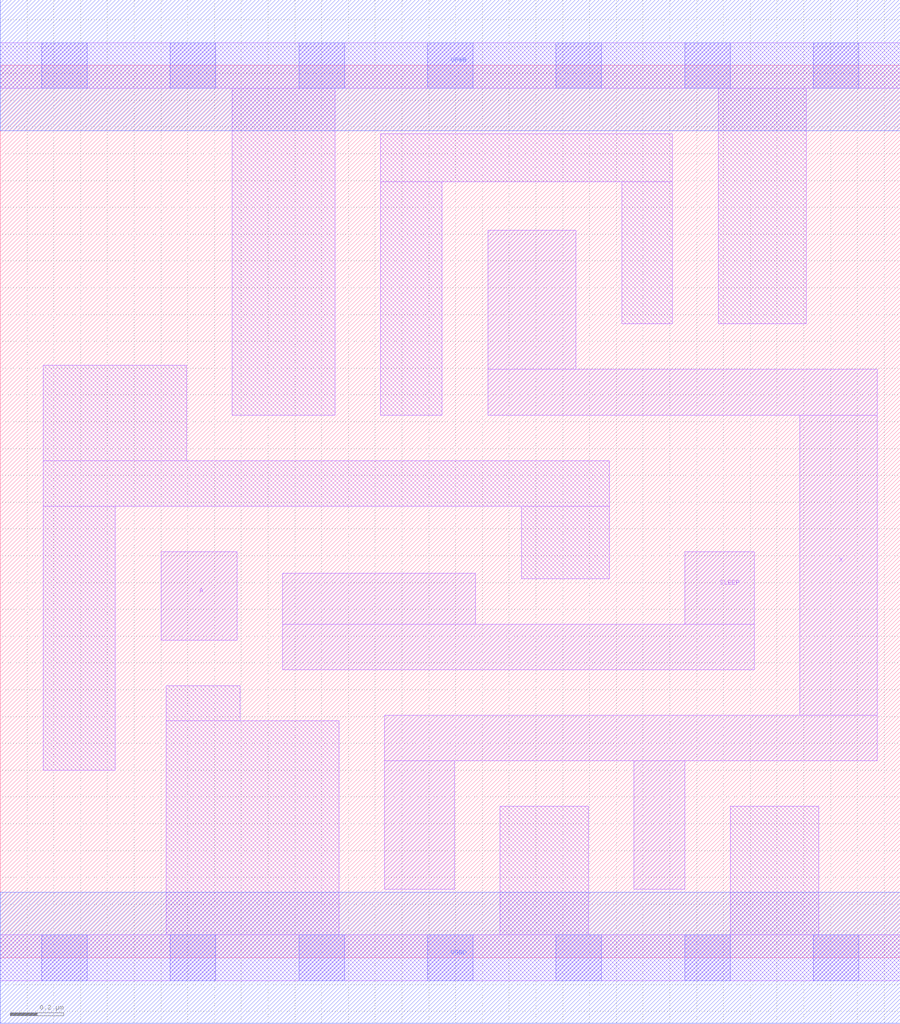
<source format=lef>
# Copyright 2020 The SkyWater PDK Authors
#
# Licensed under the Apache License, Version 2.0 (the "License");
# you may not use this file except in compliance with the License.
# You may obtain a copy of the License at
#
#     https://www.apache.org/licenses/LICENSE-2.0
#
# Unless required by applicable law or agreed to in writing, software
# distributed under the License is distributed on an "AS IS" BASIS,
# WITHOUT WARRANTIES OR CONDITIONS OF ANY KIND, either express or implied.
# See the License for the specific language governing permissions and
# limitations under the License.
#
# SPDX-License-Identifier: Apache-2.0

VERSION 5.7 ;
  NAMESCASESENSITIVE ON ;
  NOWIREEXTENSIONATPIN ON ;
  DIVIDERCHAR "/" ;
  BUSBITCHARS "[]" ;
UNITS
  DATABASE MICRONS 200 ;
END UNITS
MACRO sky130_fd_sc_lp__isobufsrc_2
  CLASS CORE ;
  FOREIGN sky130_fd_sc_lp__isobufsrc_2 ;
  ORIGIN  0.000000  0.000000 ;
  SIZE  3.360000 BY  3.330000 ;
  SYMMETRY X Y ;
  SITE unit ;
  PIN A
    ANTENNAGATEAREA  0.126000 ;
    DIRECTION INPUT ;
    USE SIGNAL ;
    PORT
      LAYER li1 ;
        RECT 0.600000 1.185000 0.885000 1.515000 ;
    END
  END A
  PIN SLEEP
    ANTENNAGATEAREA  0.630000 ;
    DIRECTION INPUT ;
    USE SIGNAL ;
    PORT
      LAYER li1 ;
        RECT 1.055000 1.075000 2.815000 1.245000 ;
        RECT 1.055000 1.245000 1.775000 1.435000 ;
        RECT 2.555000 1.245000 2.815000 1.515000 ;
    END
  END SLEEP
  PIN X
    ANTENNADIFFAREA  0.823200 ;
    DIRECTION OUTPUT ;
    USE SIGNAL ;
    PORT
      LAYER li1 ;
        RECT 1.435000 0.255000 1.695000 0.735000 ;
        RECT 1.435000 0.735000 3.275000 0.905000 ;
        RECT 1.820000 2.025000 3.275000 2.195000 ;
        RECT 1.820000 2.195000 2.150000 2.715000 ;
        RECT 2.365000 0.255000 2.555000 0.735000 ;
        RECT 2.985000 0.905000 3.275000 2.025000 ;
    END
  END X
  PIN VGND
    DIRECTION INOUT ;
    USE GROUND ;
    PORT
      LAYER met1 ;
        RECT 0.000000 -0.245000 3.360000 0.245000 ;
    END
  END VGND
  PIN VPWR
    DIRECTION INOUT ;
    USE POWER ;
    PORT
      LAYER met1 ;
        RECT 0.000000 3.085000 3.360000 3.575000 ;
    END
  END VPWR
  OBS
    LAYER li1 ;
      RECT 0.000000 -0.085000 3.360000 0.085000 ;
      RECT 0.000000  3.245000 3.360000 3.415000 ;
      RECT 0.160000  0.700000 0.430000 1.685000 ;
      RECT 0.160000  1.685000 2.275000 1.855000 ;
      RECT 0.160000  1.855000 0.695000 2.210000 ;
      RECT 0.620000  0.085000 1.265000 0.885000 ;
      RECT 0.620000  0.885000 0.895000 1.015000 ;
      RECT 0.865000  2.025000 1.250000 3.245000 ;
      RECT 1.420000  2.025000 1.650000 2.895000 ;
      RECT 1.420000  2.895000 2.510000 3.075000 ;
      RECT 1.865000  0.085000 2.195000 0.565000 ;
      RECT 1.945000  1.415000 2.275000 1.685000 ;
      RECT 2.320000  2.365000 2.510000 2.895000 ;
      RECT 2.680000  2.365000 3.010000 3.245000 ;
      RECT 2.725000  0.085000 3.055000 0.565000 ;
    LAYER mcon ;
      RECT 0.155000 -0.085000 0.325000 0.085000 ;
      RECT 0.155000  3.245000 0.325000 3.415000 ;
      RECT 0.635000 -0.085000 0.805000 0.085000 ;
      RECT 0.635000  3.245000 0.805000 3.415000 ;
      RECT 1.115000 -0.085000 1.285000 0.085000 ;
      RECT 1.115000  3.245000 1.285000 3.415000 ;
      RECT 1.595000 -0.085000 1.765000 0.085000 ;
      RECT 1.595000  3.245000 1.765000 3.415000 ;
      RECT 2.075000 -0.085000 2.245000 0.085000 ;
      RECT 2.075000  3.245000 2.245000 3.415000 ;
      RECT 2.555000 -0.085000 2.725000 0.085000 ;
      RECT 2.555000  3.245000 2.725000 3.415000 ;
      RECT 3.035000 -0.085000 3.205000 0.085000 ;
      RECT 3.035000  3.245000 3.205000 3.415000 ;
  END
END sky130_fd_sc_lp__isobufsrc_2
END LIBRARY

</source>
